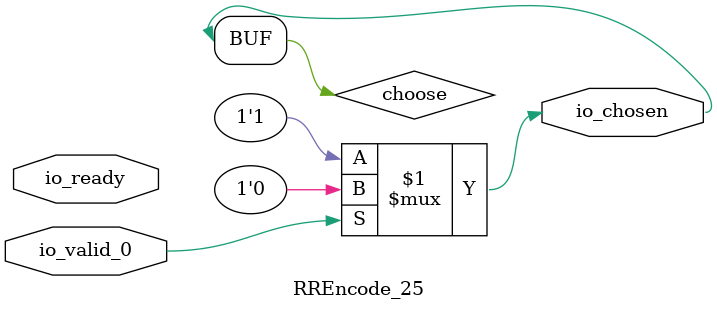
<source format=v>
module RREncode_25(
    input  io_valid_0,
    output io_chosen,
    input  io_ready);
  wire choose;
  assign io_chosen = choose;
  assign choose = io_valid_0 ? 1'h0 : 1'h1;
endmodule
</source>
